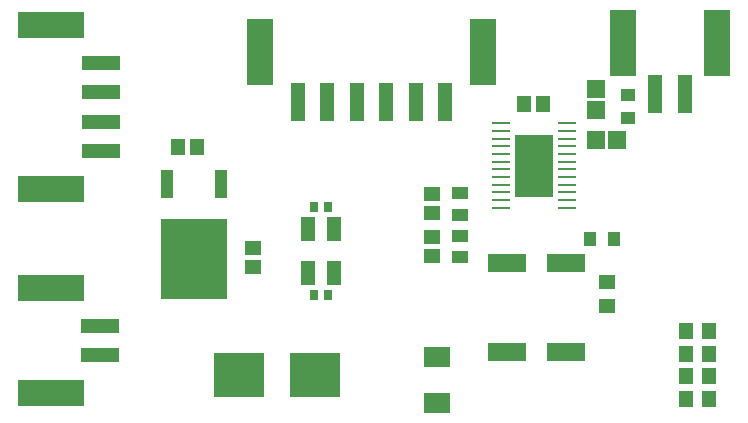
<source format=gbr>
%TF.GenerationSoftware,Altium Limited,Altium Designer,24.2.2 (26)*%
G04 Layer_Color=8421504*
%FSLAX45Y45*%
%MOMM*%
%TF.SameCoordinates,E0A11F65-F641-4799-B4C3-4BD4810D80D2*%
%TF.FilePolarity,Positive*%
%TF.FileFunction,Paste,Top*%
%TF.Part,Single*%
G01*
G75*
%TA.AperFunction,SMDPad,CuDef*%
%ADD10R,1.00000X2.40000*%
%ADD11R,5.55000X6.80000*%
%ADD12R,1.35000X1.00000*%
%ADD13R,1.45620X1.30464*%
%ADD16R,1.45000X1.20000*%
%ADD17R,3.20000X1.60000*%
%ADD18R,1.20000X3.20000*%
%ADD19R,2.20000X5.60000*%
%TA.AperFunction,ConnectorPad*%
%ADD20R,3.20000X1.20000*%
%ADD21R,5.60000X2.20000*%
%TA.AperFunction,SMDPad,CuDef*%
%ADD22R,3.20000X1.20000*%
%ADD23R,5.60000X2.20000*%
%ADD24R,1.50000X1.55000*%
%ADD25R,1.25000X1.00000*%
%ADD26R,1.20000X1.45000*%
%ADD27R,1.00000X1.25000*%
%ADD28R,1.20000X2.00000*%
%ADD29R,0.75000X0.90000*%
%ADD30R,2.18000X1.71550*%
%TA.AperFunction,ConnectorPad*%
%ADD31R,2.20000X5.60000*%
%ADD32R,1.20000X3.20000*%
%TA.AperFunction,SMDPad,CuDef*%
%ADD33R,1.55620X1.50464*%
%ADD34R,1.30464X1.45620*%
%ADD35R,4.24000X3.81000*%
%TA.AperFunction,NonConductor*%
%ADD67R,3.20000X5.26000*%
%ADD92R,1.55000X0.25000*%
D10*
X4478000Y11170000D02*
D03*
X4022000D02*
D03*
D11*
X4250000Y10530000D02*
D03*
D12*
X6500000Y10730000D02*
D03*
Y10550000D02*
D03*
Y11090000D02*
D03*
Y10910000D02*
D03*
D13*
X6260000Y10559422D02*
D03*
Y10720578D02*
D03*
Y11080578D02*
D03*
Y10919422D02*
D03*
X4750000Y10469922D02*
D03*
Y10630078D02*
D03*
D16*
X7740000Y10140000D02*
D03*
Y10340000D02*
D03*
D17*
X7400000Y10500000D02*
D03*
X6900000D02*
D03*
Y9750000D02*
D03*
X7400000D02*
D03*
D18*
X5125000Y11865000D02*
D03*
X6375000D02*
D03*
X6125000D02*
D03*
X5375000D02*
D03*
X5625000D02*
D03*
X5875000D02*
D03*
D19*
X6695000Y12285000D02*
D03*
X4805000D02*
D03*
D20*
X3455000Y9970000D02*
D03*
Y9720000D02*
D03*
D21*
X3035000Y10290000D02*
D03*
Y9400000D02*
D03*
D22*
X3460000Y11945000D02*
D03*
Y11695000D02*
D03*
Y11445000D02*
D03*
Y12195000D02*
D03*
D23*
X3040000Y11125000D02*
D03*
Y12515000D02*
D03*
D24*
X7650000Y11540000D02*
D03*
X7830000D02*
D03*
D25*
X7925000Y11725003D02*
D03*
Y11925000D02*
D03*
D26*
X8410000Y9350000D02*
D03*
X8610000D02*
D03*
X8410000Y9540000D02*
D03*
X8610000D02*
D03*
X8410000Y9730000D02*
D03*
X8610000D02*
D03*
X8410000Y9920000D02*
D03*
X8610000D02*
D03*
D27*
X7600003Y10700000D02*
D03*
X7800000D02*
D03*
D28*
X5435000Y10785000D02*
D03*
Y10415000D02*
D03*
X5215000D02*
D03*
Y10785000D02*
D03*
D29*
X5385000Y10225000D02*
D03*
X5265000D02*
D03*
Y10975000D02*
D03*
X5385000D02*
D03*
D30*
X6300000Y9703725D02*
D03*
Y9316275D02*
D03*
D31*
X7875000Y12360000D02*
D03*
X8675000D02*
D03*
D32*
X8150000Y11930000D02*
D03*
X8400000D02*
D03*
D33*
X7650000Y11975000D02*
D03*
Y11794844D02*
D03*
D34*
X7044422Y11850000D02*
D03*
X7205578D02*
D03*
X4111922Y11480000D02*
D03*
X4273078D02*
D03*
D35*
X4631500Y9550000D02*
D03*
X5268500D02*
D03*
D67*
X7124994Y11325008D02*
D03*
D92*
X7405018Y11682516D02*
D03*
Y11617516D02*
D03*
X7404981Y11552484D02*
D03*
Y11487484D02*
D03*
X7405018Y11422516D02*
D03*
Y11357516D02*
D03*
X7404981Y11292484D02*
D03*
Y11227484D02*
D03*
X7405018Y11162516D02*
D03*
Y11097516D02*
D03*
X7404981Y11032484D02*
D03*
Y10967484D02*
D03*
X6844981D02*
D03*
Y11032484D02*
D03*
X6845019Y11097516D02*
D03*
Y11162516D02*
D03*
X6844981Y11227484D02*
D03*
Y11292484D02*
D03*
X6845019Y11357516D02*
D03*
Y11422516D02*
D03*
X6844981Y11487484D02*
D03*
Y11552484D02*
D03*
X6845019Y11617516D02*
D03*
Y11682516D02*
D03*
%TF.MD5,888fd046318c8f7e0ff9e59bab0d47db*%
M02*

</source>
